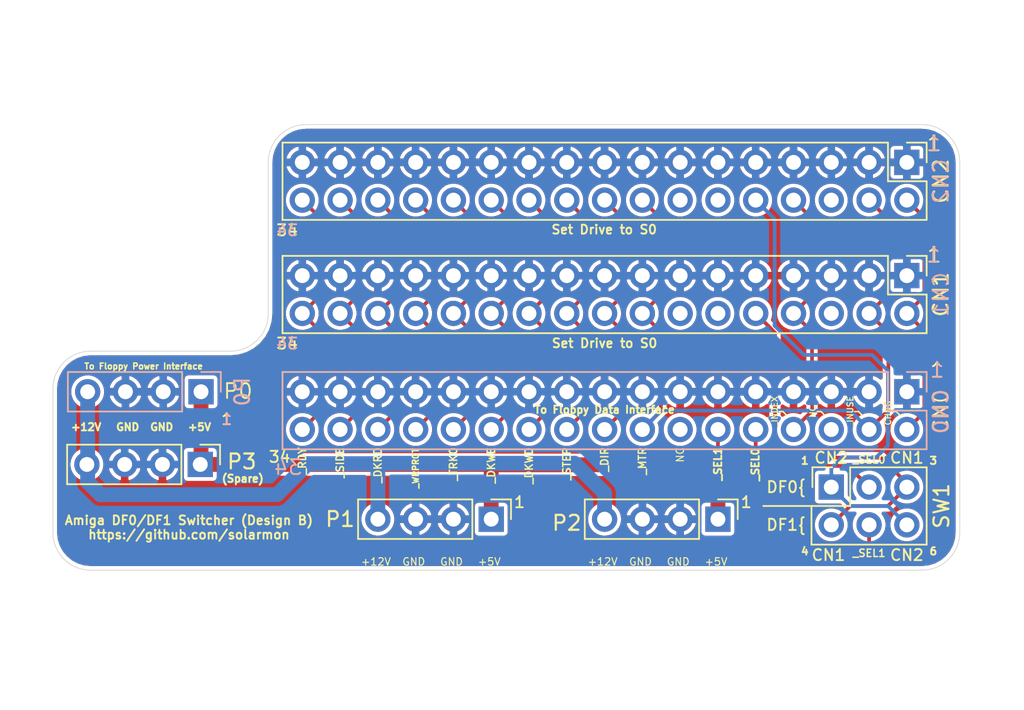
<source format=kicad_pcb>
(kicad_pcb (version 20171130) (host pcbnew "(5.1.9)-1")
  (title_block (title "Amiga DF0/DF1 Switch (Design B)") (rev 1) (company https://github.com/solarmon))
  (layers (0 F.Cu signal) (31 B.Cu signal) (34 B.Paste user) (35 F.Paste user) (36 B.SilkS user) (37 F.SilkS user) (38 B.Mask user) (39 F.Mask user) (44 Edge.Cuts user))
  (net 0 "")
  (net 1 /_RDY)
  (net 2 GND)
  (net 3 /_SIDE)
  (net 4 /_DKRD)
  (net 5 /_WRPROT)
  (net 6 /_TRK0)
  (net 7 /_DKWE)
  (net 8 /_DKWD)
  (net 9 /_STEP)
  (net 10 /DIR)
  (net 11 /_INUSE)
  (net 12 "Net-(CN0-Pad14)")
  (net 13 /_SEL1)
  (net 14 /_SEL0)
  (net 15 /_INDEX)
  (net 16 "Net-(CN0-Pad6)")
  (net 17 /_CHNG)
  (net 18 "Net-(CN1-Pad14)")
  (net 19 /_CN1_SEL1)
  (net 20 /_CN1_SEL0)
  (net 21 "Net-(CN1-Pad6)")
  (net 22 "Net-(CN2-Pad14)")
  (net 23 /_CN2_SEL1)
  (net 24 /_CN2_SEL0)
  (net 25 "Net-(CN2-Pad6)")
  (net 26 +12V)
  (net 27 +5V)
  (module Connector_PinHeader_2.54mm:PinHeader_1x04_P2.54mm_Vertical (layer F.Cu) (at 130.302 142.24 270)
    (fp_text reference P3 (at -0.1905 -2.794 180) (layer F.SilkS))
    (fp_text value "(Spare)" (at 0.9525 -2.8575 180) (layer F.SilkS) (effects (font (size 0.5 0.5) (thickness 0.125))))
    (fp_line (start -1.33 8.95) (end 1.33 8.95) (layer F.SilkS) (width 0.12))
    (fp_line (start -1.33 1.27) (end -1.33 8.95) (layer F.SilkS) (width 0.12))
    (fp_line (start 1.33 1.27) (end 1.33 8.95) (layer F.SilkS) (width 0.12))
    (fp_line (start -1.33 1.27) (end 1.33 1.27) (layer F.SilkS) (width 0.12))
    (fp_line (start -1.33 0) (end -1.33 -1.33) (layer F.SilkS) (width 0.12))
    (fp_line (start -1.33 -1.33) (end 0 -1.33) (layer F.SilkS) (width 0.12))
    (pad 4 thru_hole oval (at 0 7.62 270) (size 1.7 1.7) (drill 1) (layers *.Cu *.Mask) (net 26 +12V))
    (pad 3 thru_hole oval (at 0 5.08 270) (size 1.7 1.7) (drill 1) (layers *.Cu *.Mask) (net 2 GND))
    (pad 2 thru_hole oval (at 0 2.54 270) (size 1.7 1.7) (drill 1) (layers *.Cu *.Mask) (net 2 GND))
    (pad 1 thru_hole rect (at 0 0 270) (size 1.7 1.7) (drill 1) (layers *.Cu *.Mask) (net 27 +5V))
  )
  (module solarmon_library:PinHeader_2x03_P2.54mm_Vertical_DPDT (layer F.Cu) (at 177.8 143.764 270)
    (fp_text reference SW1 (at 1.27 -2.33 90) (layer F.SilkS))
    (fp_text value SW_DPDT_x2)
    (fp_line (start 1.27 6.4135) (end 3.87 6.41) (layer F.SilkS) (width 0.12))
    (fp_line (start -1.33 -1.3335) (end -1.33 3.8065) (layer F.SilkS) (width 0.12))
    (fp_line (start 3.87 -1.33) (end 3.87 6.41) (layer F.SilkS) (width 0.12))
    (fp_line (start -1.33 3.8135) (end 1.27 3.8135) (layer F.SilkS) (width 0.12))
    (fp_line (start 1.27 6.4135) (end 1.27 3.8135) (layer F.SilkS) (width 0.12))
    (fp_line (start -1.33 -1.3335) (end 3.87 -1.33) (layer F.SilkS) (width 0.12))
    (fp_line (start -1.3335 6.35) (end -1.3335 5.02) (layer F.SilkS) (width 0.12))
    (fp_line (start -1.33 6.35) (end 0 6.35) (layer F.SilkS) (width 0.12))
    (pad 4 thru_hole oval (at 2.54 5.08 270) (size 1.7 1.7) (drill 1) (layers *.Cu *.Mask) (net 20 /_CN1_SEL0))
    (pad 1 thru_hole rect (at 0 5.08 270) (size 1.7 1.7) (drill 1) (layers *.Cu *.Mask) (net 24 /_CN2_SEL0))
    (pad 5 thru_hole oval (at 2.54 2.54 270) (size 1.7 1.7) (drill 1) (layers *.Cu *.Mask) (net 13 /_SEL1))
    (pad 2 thru_hole oval (at 0 2.54 270) (size 1.7 1.7) (drill 1) (layers *.Cu *.Mask) (net 14 /_SEL0))
    (pad 6 thru_hole oval (at 2.54 0 270) (size 1.7 1.7) (drill 1) (layers *.Cu *.Mask) (net 24 /_CN2_SEL0))
    (pad 3 thru_hole circle (at 0 0 270) (size 1.7 1.7) (drill 1) (layers *.Cu *.Mask) (net 20 /_CN1_SEL0))
  )
  (module Connector_PinSocket_2.54mm:PinSocket_1x04_P2.54mm_Vertical (layer B.Cu) (at 130.3528 137.3505 90)
    (fp_text reference P0 (at 0 2.77 90) (layer B.SilkS) (effects (justify mirror)))
    (fp_text value "Floppy Power #0")
    (fp_line (start -1.33 -1.27) (end 1.33 -1.27) (layer B.SilkS) (width 0.12))
    (fp_line (start -1.33 -1.27) (end -1.33 -8.95) (layer B.SilkS) (width 0.12))
    (fp_line (start -1.33 -8.95) (end 1.33 -8.95) (layer B.SilkS) (width 0.12))
    (fp_line (start 1.33 -1.27) (end 1.33 -8.95) (layer B.SilkS) (width 0.12))
    (fp_line (start 1.33 1.33) (end 1.33 0) (layer B.SilkS) (width 0.12))
    (fp_line (start 0 1.33) (end 1.33 1.33) (layer B.SilkS) (width 0.12))
    (pad 4 thru_hole oval (at 0 -7.62 90) (size 1.7 1.7) (drill 1) (layers *.Cu *.Mask) (net 26 +12V))
    (pad 3 thru_hole oval (at 0 -5.08 90) (size 1.7 1.7) (drill 1) (layers *.Cu *.Mask) (net 2 GND))
    (pad 2 thru_hole oval (at 0 -2.54 90) (size 1.7 1.7) (drill 1) (layers *.Cu *.Mask) (net 2 GND))
    (pad 1 thru_hole rect (at 0 0 90) (size 1.7 1.7) (drill 1) (layers *.Cu *.Mask) (net 27 +5V))
  )
  (module Connector_PinSocket_2.54mm:PinSocket_2x17_P2.54mm_Vertical (layer B.Cu) (at 177.8 137.3505 90)
    (fp_text reference CN0 (at -1.3335 2.286 270) (layer B.SilkS) (effects (justify mirror)))
    (fp_text value Conn_02x17_Odd_Even)
    (fp_line (start -3.87 1.33) (end -1.27 1.33) (layer B.SilkS) (width 0.12))
    (fp_line (start -3.87 1.33) (end -3.87 -41.97) (layer B.SilkS) (width 0.12))
    (fp_line (start -3.87 -41.97) (end 1.33 -41.97) (layer B.SilkS) (width 0.12))
    (fp_line (start 1.33 -1.27) (end 1.33 -41.97) (layer B.SilkS) (width 0.12))
    (fp_line (start -1.27 -1.27) (end 1.33 -1.27) (layer B.SilkS) (width 0.12))
    (fp_line (start -1.27 1.33) (end -1.27 -1.27) (layer B.SilkS) (width 0.12))
    (fp_line (start 1.33 1.33) (end 1.33 0) (layer B.SilkS) (width 0.12))
    (fp_line (start 0 1.33) (end 1.33 1.33) (layer B.SilkS) (width 0.12))
    (pad 34 thru_hole oval (at -2.54 -40.64 90) (size 1.7 1.7) (drill 1) (layers *.Cu *.Mask) (net 1 /_RDY))
    (pad 33 thru_hole oval (at 0 -40.64 90) (size 1.7 1.7) (drill 1) (layers *.Cu *.Mask) (net 2 GND))
    (pad 32 thru_hole oval (at -2.54 -38.1 90) (size 1.7 1.7) (drill 1) (layers *.Cu *.Mask) (net 3 /_SIDE))
    (pad 31 thru_hole oval (at 0 -38.1 90) (size 1.7 1.7) (drill 1) (layers *.Cu *.Mask) (net 2 GND))
    (pad 30 thru_hole oval (at -2.54 -35.56 90) (size 1.7 1.7) (drill 1) (layers *.Cu *.Mask) (net 4 /_DKRD))
    (pad 29 thru_hole oval (at 0 -35.56 90) (size 1.7 1.7) (drill 1) (layers *.Cu *.Mask) (net 2 GND))
    (pad 28 thru_hole oval (at -2.54 -33.02 90) (size 1.7 1.7) (drill 1) (layers *.Cu *.Mask) (net 5 /_WRPROT))
    (pad 27 thru_hole oval (at 0 -33.02 90) (size 1.7 1.7) (drill 1) (layers *.Cu *.Mask) (net 2 GND))
    (pad 26 thru_hole oval (at -2.54 -30.48 90) (size 1.7 1.7) (drill 1) (layers *.Cu *.Mask) (net 6 /_TRK0))
    (pad 25 thru_hole oval (at 0 -30.48 90) (size 1.7 1.7) (drill 1) (layers *.Cu *.Mask) (net 2 GND))
    (pad 24 thru_hole oval (at -2.54 -27.94 90) (size 1.7 1.7) (drill 1) (layers *.Cu *.Mask) (net 7 /_DKWE))
    (pad 23 thru_hole oval (at 0 -27.94 90) (size 1.7 1.7) (drill 1) (layers *.Cu *.Mask) (net 2 GND))
    (pad 22 thru_hole oval (at -2.54 -25.4 90) (size 1.7 1.7) (drill 1) (layers *.Cu *.Mask) (net 8 /_DKWD))
    (pad 21 thru_hole oval (at 0 -25.4 90) (size 1.7 1.7) (drill 1) (layers *.Cu *.Mask) (net 2 GND))
    (pad 20 thru_hole oval (at -2.54 -22.86 90) (size 1.7 1.7) (drill 1) (layers *.Cu *.Mask) (net 9 /_STEP))
    (pad 19 thru_hole oval (at 0 -22.86 90) (size 1.7 1.7) (drill 1) (layers *.Cu *.Mask) (net 2 GND))
    (pad 18 thru_hole oval (at -2.54 -20.32 90) (size 1.7 1.7) (drill 1) (layers *.Cu *.Mask) (net 10 /DIR))
    (pad 17 thru_hole oval (at 0 -20.32 90) (size 1.7 1.7) (drill 1) (layers *.Cu *.Mask) (net 2 GND))
    (pad 16 thru_hole oval (at -2.54 -17.78 90) (size 1.7 1.7) (drill 1) (layers *.Cu *.Mask) (net 11 /_INUSE))
    (pad 15 thru_hole oval (at 0 -17.78 90) (size 1.7 1.7) (drill 1) (layers *.Cu *.Mask) (net 2 GND))
    (pad 14 thru_hole oval (at -2.54 -15.24 90) (size 1.7 1.7) (drill 1) (layers *.Cu *.Mask) (net 12 "Net-(CN0-Pad14)"))
    (pad 13 thru_hole oval (at 0 -15.24 90) (size 1.7 1.7) (drill 1) (layers *.Cu *.Mask) (net 2 GND))
    (pad 12 thru_hole oval (at -2.54 -12.7 90) (size 1.7 1.7) (drill 1) (layers *.Cu *.Mask) (net 13 /_SEL1))
    (pad 11 thru_hole oval (at 0 -12.7 90) (size 1.7 1.7) (drill 1) (layers *.Cu *.Mask) (net 2 GND))
    (pad 10 thru_hole oval (at -2.54 -10.16 90) (size 1.7 1.7) (drill 1) (layers *.Cu *.Mask) (net 14 /_SEL0))
    (pad 9 thru_hole oval (at 0 -10.16 90) (size 1.7 1.7) (drill 1) (layers *.Cu *.Mask) (net 2 GND))
    (pad 8 thru_hole oval (at -2.54 -7.62 90) (size 1.7 1.7) (drill 1) (layers *.Cu *.Mask) (net 15 /_INDEX))
    (pad 7 thru_hole oval (at 0 -7.62 90) (size 1.7 1.7) (drill 1) (layers *.Cu *.Mask) (net 2 GND))
    (pad 6 thru_hole oval (at -2.54 -5.08 90) (size 1.7 1.7) (drill 1) (layers *.Cu *.Mask) (net 16 "Net-(CN0-Pad6)"))
    (pad 5 thru_hole oval (at 0 -5.08 90) (size 1.7 1.7) (drill 1) (layers *.Cu *.Mask) (net 2 GND))
    (pad 4 thru_hole oval (at -2.54 -2.54 90) (size 1.7 1.7) (drill 1) (layers *.Cu *.Mask) (net 11 /_INUSE))
    (pad 3 thru_hole oval (at 0 -2.54 90) (size 1.7 1.7) (drill 1) (layers *.Cu *.Mask) (net 2 GND))
    (pad 2 thru_hole oval (at -2.54 0 90) (size 1.7 1.7) (drill 1) (layers *.Cu *.Mask) (net 17 /_CHNG))
    (pad 1 thru_hole rect (at 0 0 90) (size 1.7 1.7) (drill 1) (layers *.Cu *.Mask) (net 2 GND))
  )
  (module Connector_PinHeader_2.54mm:PinHeader_2x17_P2.54mm_Vertical (layer F.Cu) (at 177.8 129.54 270)
    (fp_text reference CN1 (at 1.27 -2.286 270) (layer F.SilkS))
    (fp_text value Conn_02x17_Odd_Even)
    (fp_line (start -1.33 -1.33) (end 0 -1.33) (layer F.SilkS) (width 0.12))
    (fp_line (start -1.33 0) (end -1.33 -1.33) (layer F.SilkS) (width 0.12))
    (fp_line (start 1.27 -1.33) (end 3.87 -1.33) (layer F.SilkS) (width 0.12))
    (fp_line (start 1.27 1.27) (end 1.27 -1.33) (layer F.SilkS) (width 0.12))
    (fp_line (start -1.33 1.27) (end 1.27 1.27) (layer F.SilkS) (width 0.12))
    (fp_line (start 3.87 -1.33) (end 3.87 41.97) (layer F.SilkS) (width 0.12))
    (fp_line (start -1.33 1.27) (end -1.33 41.97) (layer F.SilkS) (width 0.12))
    (fp_line (start -1.33 41.97) (end 3.87 41.97) (layer F.SilkS) (width 0.12))
    (pad 1 thru_hole rect (at 0 0 270) (size 1.7 1.7) (drill 1) (layers *.Cu *.Mask) (net 2 GND))
    (pad 2 thru_hole oval (at 2.54 0 270) (size 1.7 1.7) (drill 1) (layers *.Cu *.Mask) (net 17 /_CHNG))
    (pad 3 thru_hole oval (at 0 2.54 270) (size 1.7 1.7) (drill 1) (layers *.Cu *.Mask) (net 2 GND))
    (pad 4 thru_hole oval (at 2.54 2.54 270) (size 1.7 1.7) (drill 1) (layers *.Cu *.Mask) (net 11 /_INUSE))
    (pad 5 thru_hole oval (at 0 5.08 270) (size 1.7 1.7) (drill 1) (layers *.Cu *.Mask) (net 2 GND))
    (pad 6 thru_hole oval (at 2.54 5.08 270) (size 1.7 1.7) (drill 1) (layers *.Cu *.Mask) (net 21 "Net-(CN1-Pad6)"))
    (pad 7 thru_hole oval (at 0 7.62 270) (size 1.7 1.7) (drill 1) (layers *.Cu *.Mask) (net 2 GND))
    (pad 8 thru_hole oval (at 2.54 7.62 270) (size 1.7 1.7) (drill 1) (layers *.Cu *.Mask) (net 15 /_INDEX))
    (pad 9 thru_hole oval (at 0 10.16 270) (size 1.7 1.7) (drill 1) (layers *.Cu *.Mask) (net 2 GND))
    (pad 10 thru_hole oval (at 2.54 10.16 270) (size 1.7 1.7) (drill 1) (layers *.Cu *.Mask) (net 20 /_CN1_SEL0))
    (pad 11 thru_hole oval (at 0 12.7 270) (size 1.7 1.7) (drill 1) (layers *.Cu *.Mask) (net 2 GND))
    (pad 12 thru_hole oval (at 2.54 12.7 270) (size 1.7 1.7) (drill 1) (layers *.Cu *.Mask) (net 19 /_CN1_SEL1))
    (pad 13 thru_hole oval (at 0 15.24 270) (size 1.7 1.7) (drill 1) (layers *.Cu *.Mask) (net 2 GND))
    (pad 14 thru_hole oval (at 2.54 15.24 270) (size 1.7 1.7) (drill 1) (layers *.Cu *.Mask) (net 18 "Net-(CN1-Pad14)"))
    (pad 15 thru_hole oval (at 0 17.78 270) (size 1.7 1.7) (drill 1) (layers *.Cu *.Mask) (net 2 GND))
    (pad 16 thru_hole oval (at 2.54 17.78 270) (size 1.7 1.7) (drill 1) (layers *.Cu *.Mask) (net 11 /_INUSE))
    (pad 17 thru_hole oval (at 0 20.32 270) (size 1.7 1.7) (drill 1) (layers *.Cu *.Mask) (net 2 GND))
    (pad 18 thru_hole oval (at 2.54 20.32 270) (size 1.7 1.7) (drill 1) (layers *.Cu *.Mask) (net 10 /DIR))
    (pad 19 thru_hole oval (at 0 22.86 270) (size 1.7 1.7) (drill 1) (layers *.Cu *.Mask) (net 2 GND))
    (pad 20 thru_hole oval (at 2.54 22.86 270) (size 1.7 1.7) (drill 1) (layers *.Cu *.Mask) (net 9 /_STEP))
    (pad 21 thru_hole oval (at 0 25.4 270) (size 1.7 1.7) (drill 1) (layers *.Cu *.Mask) (net 2 GND))
    (pad 22 thru_hole oval (at 2.54 25.4 270) (size 1.7 1.7) (drill 1) (layers *.Cu *.Mask) (net 8 /_DKWD))
    (pad 23 thru_hole oval (at 0 27.94 270) (size 1.7 1.7) (drill 1) (layers *.Cu *.Mask) (net 2 GND))
    (pad 24 thru_hole oval (at 2.54 27.94 270) (size 1.7 1.7) (drill 1) (layers *.Cu *.Mask) (net 7 /_DKWE))
    (pad 25 thru_hole oval (at 0 30.48 270) (size 1.7 1.7) (drill 1) (layers *.Cu *.Mask) (net 2 GND))
    (pad 26 thru_hole oval (at 2.54 30.48 270) (size 1.7 1.7) (drill 1) (layers *.Cu *.Mask) (net 6 /_TRK0))
    (pad 27 thru_hole oval (at 0 33.02 270) (size 1.7 1.7) (drill 1) (layers *.Cu *.Mask) (net 2 GND))
    (pad 28 thru_hole oval (at 2.54 33.02 270) (size 1.7 1.7) (drill 1) (layers *.Cu *.Mask) (net 5 /_WRPROT))
    (pad 29 thru_hole oval (at 0 35.56 270) (size 1.7 1.7) (drill 1) (layers *.Cu *.Mask) (net 2 GND))
    (pad 30 thru_hole oval (at 2.54 35.56 270) (size 1.7 1.7) (drill 1) (layers *.Cu *.Mask) (net 4 /_DKRD))
    (pad 31 thru_hole oval (at 0 38.1 270) (size 1.7 1.7) (drill 1) (layers *.Cu *.Mask) (net 2 GND))
    (pad 32 thru_hole oval (at 2.54 38.1 270) (size 1.7 1.7) (drill 1) (layers *.Cu *.Mask) (net 3 /_SIDE))
    (pad 33 thru_hole oval (at 0 40.64 270) (size 1.7 1.7) (drill 1) (layers *.Cu *.Mask) (net 2 GND))
    (pad 34 thru_hole oval (at 2.54 40.64 270) (size 1.7 1.7) (drill 1) (layers *.Cu *.Mask) (net 1 /_RDY))
  )
  (module Connector_PinHeader_2.54mm:PinHeader_2x17_P2.54mm_Vertical (layer F.Cu) (at 177.8 121.92 270)
    (fp_text reference CN2 (at 1.27 -2.286 270) (layer F.SilkS))
    (fp_text value Conn_02x17_Odd_Even)
    (fp_line (start -1.33 -1.33) (end 0 -1.33) (layer F.SilkS) (width 0.12))
    (fp_line (start -1.33 0) (end -1.33 -1.33) (layer F.SilkS) (width 0.12))
    (fp_line (start 1.27 -1.33) (end 3.87 -1.33) (layer F.SilkS) (width 0.12))
    (fp_line (start 1.27 1.27) (end 1.27 -1.33) (layer F.SilkS) (width 0.12))
    (fp_line (start -1.33 1.27) (end 1.27 1.27) (layer F.SilkS) (width 0.12))
    (fp_line (start 3.87 -1.33) (end 3.87 41.97) (layer F.SilkS) (width 0.12))
    (fp_line (start -1.33 1.27) (end -1.33 41.97) (layer F.SilkS) (width 0.12))
    (fp_line (start -1.33 41.97) (end 3.87 41.97) (layer F.SilkS) (width 0.12))
    (pad 1 thru_hole rect (at 0 0 270) (size 1.7 1.7) (drill 1) (layers *.Cu *.Mask) (net 2 GND))
    (pad 2 thru_hole oval (at 2.54 0 270) (size 1.7 1.7) (drill 1) (layers *.Cu *.Mask) (net 17 /_CHNG))
    (pad 3 thru_hole oval (at 0 2.54 270) (size 1.7 1.7) (drill 1) (layers *.Cu *.Mask) (net 2 GND))
    (pad 4 thru_hole oval (at 2.54 2.54 270) (size 1.7 1.7) (drill 1) (layers *.Cu *.Mask) (net 11 /_INUSE))
    (pad 5 thru_hole oval (at 0 5.08 270) (size 1.7 1.7) (drill 1) (layers *.Cu *.Mask) (net 2 GND))
    (pad 6 thru_hole oval (at 2.54 5.08 270) (size 1.7 1.7) (drill 1) (layers *.Cu *.Mask) (net 25 "Net-(CN2-Pad6)"))
    (pad 7 thru_hole oval (at 0 7.62 270) (size 1.7 1.7) (drill 1) (layers *.Cu *.Mask) (net 2 GND))
    (pad 8 thru_hole oval (at 2.54 7.62 270) (size 1.7 1.7) (drill 1) (layers *.Cu *.Mask) (net 15 /_INDEX))
    (pad 9 thru_hole oval (at 0 10.16 270) (size 1.7 1.7) (drill 1) (layers *.Cu *.Mask) (net 2 GND))
    (pad 10 thru_hole oval (at 2.54 10.16 270) (size 1.7 1.7) (drill 1) (layers *.Cu *.Mask) (net 24 /_CN2_SEL0))
    (pad 11 thru_hole oval (at 0 12.7 270) (size 1.7 1.7) (drill 1) (layers *.Cu *.Mask) (net 2 GND))
    (pad 12 thru_hole oval (at 2.54 12.7 270) (size 1.7 1.7) (drill 1) (layers *.Cu *.Mask) (net 23 /_CN2_SEL1))
    (pad 13 thru_hole oval (at 0 15.24 270) (size 1.7 1.7) (drill 1) (layers *.Cu *.Mask) (net 2 GND))
    (pad 14 thru_hole oval (at 2.54 15.24 270) (size 1.7 1.7) (drill 1) (layers *.Cu *.Mask) (net 22 "Net-(CN2-Pad14)"))
    (pad 15 thru_hole oval (at 0 17.78 270) (size 1.7 1.7) (drill 1) (layers *.Cu *.Mask) (net 2 GND))
    (pad 16 thru_hole oval (at 2.54 17.78 270) (size 1.7 1.7) (drill 1) (layers *.Cu *.Mask) (net 11 /_INUSE))
    (pad 17 thru_hole oval (at 0 20.32 270) (size 1.7 1.7) (drill 1) (layers *.Cu *.Mask) (net 2 GND))
    (pad 18 thru_hole oval (at 2.54 20.32 270) (size 1.7 1.7) (drill 1) (layers *.Cu *.Mask) (net 10 /DIR))
    (pad 19 thru_hole oval (at 0 22.86 270) (size 1.7 1.7) (drill 1) (layers *.Cu *.Mask) (net 2 GND))
    (pad 20 thru_hole oval (at 2.54 22.86 270) (size 1.7 1.7) (drill 1) (layers *.Cu *.Mask) (net 9 /_STEP))
    (pad 21 thru_hole oval (at 0 25.4 270) (size 1.7 1.7) (drill 1) (layers *.Cu *.Mask) (net 2 GND))
    (pad 22 thru_hole oval (at 2.54 25.4 270) (size 1.7 1.7) (drill 1) (layers *.Cu *.Mask) (net 8 /_DKWD))
    (pad 23 thru_hole oval (at 0 27.94 270) (size 1.7 1.7) (drill 1) (layers *.Cu *.Mask) (net 2 GND))
    (pad 24 thru_hole oval (at 2.54 27.94 270) (size 1.7 1.7) (drill 1) (layers *.Cu *.Mask) (net 7 /_DKWE))
    (pad 25 thru_hole oval (at 0 30.48 270) (size 1.7 1.7) (drill 1) (layers *.Cu *.Mask) (net 2 GND))
    (pad 26 thru_hole oval (at 2.54 30.48 270) (size 1.7 1.7) (drill 1) (layers *.Cu *.Mask) (net 6 /_TRK0))
    (pad 27 thru_hole oval (at 0 33.02 270) (size 1.7 1.7) (drill 1) (layers *.Cu *.Mask) (net 2 GND))
    (pad 28 thru_hole oval (at 2.54 33.02 270) (size 1.7 1.7) (drill 1) (layers *.Cu *.Mask) (net 5 /_WRPROT))
    (pad 29 thru_hole oval (at 0 35.56 270) (size 1.7 1.7) (drill 1) (layers *.Cu *.Mask) (net 2 GND))
    (pad 30 thru_hole oval (at 2.54 35.56 270) (size 1.7 1.7) (drill 1) (layers *.Cu *.Mask) (net 4 /_DKRD))
    (pad 31 thru_hole oval (at 0 38.1 270) (size 1.7 1.7) (drill 1) (layers *.Cu *.Mask) (net 2 GND))
    (pad 32 thru_hole oval (at 2.54 38.1 270) (size 1.7 1.7) (drill 1) (layers *.Cu *.Mask) (net 3 /_SIDE))
    (pad 33 thru_hole oval (at 0 40.64 270) (size 1.7 1.7) (drill 1) (layers *.Cu *.Mask) (net 2 GND))
    (pad 34 thru_hole oval (at 2.54 40.64 270) (size 1.7 1.7) (drill 1) (layers *.Cu *.Mask) (net 1 /_RDY))
  )
  (module Connector_PinHeader_2.54mm:PinHeader_1x04_P2.54mm_Vertical (layer F.Cu) (at 165.1 145.923 270)
    (fp_text reference P2 (at 0.254 10.16 180) (layer F.SilkS))
    (fp_text value "Floppy Power #2")
    (fp_line (start -1.33 -1.33) (end 0 -1.33) (layer F.SilkS) (width 0.12))
    (fp_line (start -1.33 0) (end -1.33 -1.33) (layer F.SilkS) (width 0.12))
    (fp_line (start -1.33 1.27) (end 1.33 1.27) (layer F.SilkS) (width 0.12))
    (fp_line (start 1.33 1.27) (end 1.33 8.95) (layer F.SilkS) (width 0.12))
    (fp_line (start -1.33 1.27) (end -1.33 8.95) (layer F.SilkS) (width 0.12))
    (fp_line (start -1.33 8.95) (end 1.33 8.95) (layer F.SilkS) (width 0.12))
    (pad 1 thru_hole rect (at 0 0 270) (size 1.7 1.7) (drill 1) (layers *.Cu *.Mask) (net 27 +5V))
    (pad 2 thru_hole oval (at 0 2.54 270) (size 1.7 1.7) (drill 1) (layers *.Cu *.Mask) (net 2 GND))
    (pad 3 thru_hole oval (at 0 5.08 270) (size 1.7 1.7) (drill 1) (layers *.Cu *.Mask) (net 2 GND))
    (pad 4 thru_hole oval (at 0 7.62 270) (size 1.7 1.7) (drill 1) (layers *.Cu *.Mask) (net 26 +12V))
  )
  (module Connector_PinHeader_2.54mm:PinHeader_1x04_P2.54mm_Vertical (layer F.Cu) (at 149.86 145.923 270)
    (fp_text reference P1 (at 0 10.16 180) (layer F.SilkS))
    (fp_text value "Floppy Power #1")
    (fp_line (start -1.33 -1.33) (end 0 -1.33) (layer F.SilkS) (width 0.12))
    (fp_line (start -1.33 0) (end -1.33 -1.33) (layer F.SilkS) (width 0.12))
    (fp_line (start -1.33 1.27) (end 1.33 1.27) (layer F.SilkS) (width 0.12))
    (fp_line (start 1.33 1.27) (end 1.33 8.95) (layer F.SilkS) (width 0.12))
    (fp_line (start -1.33 1.27) (end -1.33 8.95) (layer F.SilkS) (width 0.12))
    (fp_line (start -1.33 8.95) (end 1.33 8.95) (layer F.SilkS) (width 0.12))
    (pad 1 thru_hole rect (at 0 0 270) (size 1.7 1.7) (drill 1) (layers *.Cu *.Mask) (net 27 +5V))
    (pad 2 thru_hole oval (at 0 2.54 270) (size 1.7 1.7) (drill 1) (layers *.Cu *.Mask) (net 2 GND))
    (pad 3 thru_hole oval (at 0 5.08 270) (size 1.7 1.7) (drill 1) (layers *.Cu *.Mask) (net 2 GND))
    (pad 4 thru_hole oval (at 0 7.62 270) (size 1.7 1.7) (drill 1) (layers *.Cu *.Mask) (net 26 +12V))
  )
  (gr_text "Set Drive to S0" (at 157.4546 126.4412) (layer F.SilkS) (effects (font (size 0.6 0.6) (thickness 0.125))))
  (gr_text "Set Drive to S0" (at 157.48 134.0866) (layer F.SilkS) (effects (font (size 0.6 0.6) (thickness 0.125))))
  (gr_text 1 (at 132.08 139.192) (layer B.SilkS) (effects (font (size 0.75 0.75) (thickness 0.125)) (justify mirror)))
  (gr_text "To Floppy Power Interface" (at 126.492 135.636) (layer F.SilkS) (effects (font (size 0.4 0.4) (thickness 0.1))))
  (gr_text P0 (at 132.842 137.3124) (layer F.SilkS) (effects (font (size 1 1) (thickness 0.125))))
  (gr_line (start 177.0888 138.684) (end 177.3428 138.938) (layer F.SilkS) (width 0.1))
  (gr_line (start 176.8348 138.684) (end 177.0888 138.684) (layer F.SilkS) (width 0.1))
  (gr_line (start 174.5488 138.684) (end 174.8028 138.938) (layer F.SilkS) (width 0.1))
  (gr_line (start 174.2948 138.684) (end 174.5488 138.684) (layer F.SilkS) (width 0.1))
  (gr_line (start 172.0342 138.684) (end 172.2882 138.938) (layer F.SilkS) (width 0.1))
  (gr_line (start 169.4688 138.684) (end 169.7228 138.938) (layer F.SilkS) (width 0.1))
  (gr_line (start 171.7802 138.684) (end 172.0342 138.684) (layer F.SilkS) (width 0.1))
  (gr_line (start 169.2148 138.684) (end 169.4688 138.684) (layer F.SilkS) (width 0.1))
  (gr_arc (start 122.936 137.16) (end 122.936 134.62) (angle -90) (layer Edge.Cuts) (width 0.05))
  (gr_text "To Floppy Data Interface" (at 157.48 138.557) (layer F.SilkS) (effects (font (size 0.5 0.5) (thickness 0.125))))
  (gr_text 34 (at 136.144 126.492) (layer B.SilkS) (effects (font (size 0.75 0.75) (thickness 0.125)) (justify mirror)))
  (gr_text 34 (at 136.144 134.112) (layer B.SilkS) (effects (font (size 0.75 0.75) (thickness 0.125)) (justify mirror)))
  (gr_text 1 (at 179.578 128.143) (layer B.SilkS) (effects (font (size 1 1) (thickness 0.125)) (justify mirror)))
  (gr_text 1 (at 179.578 120.65) (layer B.SilkS) (effects (font (size 1 1) (thickness 0.125)) (justify mirror)))
  (gr_text CN2 (at 180.086 123.19 90) (layer B.SilkS) (effects (font (size 1 1) (thickness 0.125)) (justify mirror)))
  (gr_text CN1 (at 180.086 130.81 90) (layer B.SilkS) (effects (font (size 1 1) (thickness 0.125)) (justify mirror)))
  (gr_text 34 (at 136.144 126.492) (layer F.SilkS) (effects (font (size 0.75 0.75) (thickness 0.125))))
  (gr_text 34 (at 136.144 134.112) (layer F.SilkS) (effects (font (size 0.75 0.75) (thickness 0.125))))
  (gr_line (start 171.45 145.034) (end 168.148 145.034) (layer F.SilkS) (width 0.12))
  (gr_text 34 (at 135.636 141.732) (layer F.SilkS) (effects (font (size 0.75 0.75) (thickness 0.125))))
  (gr_text CN0 (at 180.086 138.684 90) (layer F.SilkS) (effects (font (size 1 1) (thickness 0.125))))
  (gr_text DF1{ (at 169.672 146.304) (layer F.SilkS) (effects (font (size 0.75 0.75) (thickness 0.125))))
  (gr_text DF0{ (at 169.672 143.764) (layer F.SilkS) (effects (font (size 0.75 0.75) (thickness 0.125))))
  (gr_text "Amiga DF0/DF1 Switcher (Design B)\nhttps://github.com/solarmon" (at 129.54 146.4818) (layer F.SilkS) (effects (font (size 0.6 0.6) (thickness 0.125))))
  (gr_text CN1 (at 172.5295 148.336) (layer F.SilkS) (effects (font (size 0.75 0.75) (thickness 0.125))))
  (gr_text CN2 (at 177.8 148.336) (layer F.SilkS) (effects (font (size 0.75 0.75) (thickness 0.125))))
  (gr_text CN2 (at 172.72 141.7955) (layer F.SilkS) (effects (font (size 0.75 0.75) (thickness 0.125))))
  (gr_text CN1 (at 177.8 141.7955) (layer F.SilkS) (effects (font (size 0.75 0.75) (thickness 0.125))))
  (gr_text GND (at 144.653 148.784) (layer F.SilkS) (effects (font (size 0.5 0.5) (thickness 0.075))))
  (gr_text GND (at 147.193 148.784) (layer F.SilkS) (effects (font (size 0.5 0.5) (thickness 0.075))))
  (gr_text +12V (at 142.113 148.784) (layer F.SilkS) (effects (font (size 0.5 0.5) (thickness 0.075))))
  (gr_text +5V (at 149.733 148.784) (layer F.SilkS) (effects (font (size 0.5 0.5) (thickness 0.075))))
  (gr_text +12V (at 157.353 148.784) (layer F.SilkS) (effects (font (size 0.5 0.5) (thickness 0.075))))
  (gr_text 1 (at 170.942 141.986) (layer F.SilkS) (effects (font (size 0.5 0.5) (thickness 0.125))))
  (gr_text 6 (at 179.578 148.082) (layer F.SilkS) (effects (font (size 0.5 0.5) (thickness 0.125))))
  (gr_line (start 122.936 134.62) (end 132.334 134.62) (layer Edge.Cuts) (width 0.05))
  (gr_arc (start 132.334 132.08) (end 132.334 134.62) (angle -90) (layer Edge.Cuts) (width 0.05))
  (gr_line (start 120.396 137.16) (end 120.396 146.812) (layer Edge.Cuts) (width 0.05))
  (gr_text 1 (at 132.08 139.192) (layer F.SilkS) (effects (font (size 0.75 0.75) (thickness 0.125))))
  (gr_text 1 (at 167.005 144.78) (layer F.SilkS) (effects (font (size 0.75 0.75) (thickness 0.125))))
  (gr_text 1 (at 151.765 144.78) (layer F.SilkS) (effects (font (size 0.75 0.75) (thickness 0.125))))
  (gr_text 4 (at 170.942 148.082) (layer F.SilkS) (effects (font (size 0.5 0.5) (thickness 0.125))))
  (gr_text GND (at 159.893 148.784) (layer F.SilkS) (effects (font (size 0.5 0.5) (thickness 0.075))))
  (gr_text GND (at 162.433 148.784) (layer F.SilkS) (effects (font (size 0.5 0.5) (thickness 0.075))))
  (gr_text +5V (at 164.973 148.784) (layer F.SilkS) (effects (font (size 0.5 0.5) (thickness 0.075))))
  (gr_text 1 (at 179.832 135.89) (layer B.SilkS) (effects (font (size 1 1) (thickness 0.125)) (justify mirror)))
  (gr_text 34 (at 136.2075 142.4305) (layer B.SilkS) (effects (font (size 1 1) (thickness 0.125)) (justify mirror)))
  (gr_text NC (at 162.56 141.59731 90) (layer F.SilkS) (effects (font (size 0.5 0.5) (thickness 0.075))))
  (gr_text NC (at 171.4754 138.684 90) (layer F.SilkS) (effects (font (size 0.4 0.4) (thickness 0.075))))
  (gr_text _CHNG (at 176.53 138.938 90) (layer F.SilkS) (effects (font (size 0.4 0.4) (thickness 0.075))))
  (gr_text _INUSE (at 173.99 138.684 90) (layer F.SilkS) (effects (font (size 0.4 0.4) (thickness 0.075))))
  (gr_text _INDEX (at 168.91 138.684 90) (layer F.SilkS) (effects (font (size 0.4 0.4) (thickness 0.075))))
  (gr_text _SEL0 (at 167.6146 142.24 90) (layer F.SilkS) (effects (font (size 0.5 0.5) (thickness 0.125))))
  (gr_text _SEL1 (at 165.1 142.2146 90) (layer F.SilkS) (effects (font (size 0.5 0.5) (thickness 0.125))))
  (gr_text _MTR (at 160.02 142.014572 90) (layer F.SilkS) (effects (font (size 0.5 0.5) (thickness 0.1))))
  (gr_text _DIR (at 157.48 141.907429 90) (layer F.SilkS) (effects (font (size 0.5 0.5) (thickness 0.1))))
  (gr_text _STEP (at 154.94 142.193143 90) (layer F.SilkS) (effects (font (size 0.5 0.5) (thickness 0.1))))
  (gr_text _DKWD (at 152.4 142.324096 90) (layer F.SilkS) (effects (font (size 0.5 0.5) (thickness 0.1))))
  (gr_text _DKWE (at 149.86 142.300286 90) (layer F.SilkS) (effects (font (size 0.5 0.5) (thickness 0.1))))
  (gr_text _TRK0 (at 147.32 142.216953 90) (layer F.SilkS) (effects (font (size 0.5 0.5) (thickness 0.1))))
  (gr_text _WRPROT (at 144.78 142.494 90) (layer F.SilkS) (effects (font (size 0.4 0.4) (thickness 0.1))))
  (gr_text _DKRD (at 142.24 142.288381 90) (layer F.SilkS) (effects (font (size 0.5 0.5) (thickness 0.1))))
  (gr_text _SIDE (at 139.7 142.121715 90) (layer F.SilkS) (effects (font (size 0.5 0.5) (thickness 0.1))))
  (gr_text _RDY (at 137.16 142.002667 90) (layer F.SilkS) (effects (font (size 0.5 0.5) (thickness 0.1))))
  (gr_text +5V (at 130.2512 139.7254) (layer F.SilkS) (effects (font (size 0.5 0.5) (thickness 0.125))))
  (gr_text GND (at 127.7112 139.7254) (layer F.SilkS) (effects (font (size 0.5 0.5) (thickness 0.125))))
  (gr_text GND (at 125.4252 139.7254) (layer F.SilkS) (effects (font (size 0.5 0.5) (thickness 0.125))))
  (gr_text +12V (at 122.6312 139.7254) (layer F.SilkS) (effects (font (size 0.5 0.5) (thickness 0.125))))
  (gr_text 1 (at 179.6415 120.65) (layer F.SilkS) (effects (font (size 1 1) (thickness 0.125))))
  (gr_text 1 (at 179.6415 128.143) (layer F.SilkS) (effects (font (size 1 1) (thickness 0.125))))
  (gr_text 1 (at 179.832 135.89) (layer F.SilkS) (effects (font (size 1 1) (thickness 0.125))))
  (gr_text 3 (at 179.578 141.986) (layer F.SilkS) (effects (font (size 0.5 0.5) (thickness 0.125))))
  (gr_text _SEL1 (at 175.26 148.209) (layer F.SilkS) (effects (font (size 0.5 0.5) (thickness 0.1))))
  (gr_text _SEL0 (at 175.26 141.9225) (layer F.SilkS) (effects (font (size 0.5 0.5) (thickness 0.1))))
  (gr_arc (start 137.414 121.92) (end 137.414 119.38) (angle -90) (layer Edge.Cuts) (width 0.05))
  (gr_arc (start 122.936 146.812) (end 120.396 146.812) (angle -90) (layer Edge.Cuts) (width 0.05))
  (gr_arc (start 178.816 146.812) (end 178.816 149.352) (angle -90) (layer Edge.Cuts) (width 0.05))
  (gr_arc (start 178.816 121.92) (end 181.356 121.92) (angle -90) (layer Edge.Cuts) (width 0.05))
  (gr_line (start 137.414 119.38) (end 178.816 119.38) (layer Edge.Cuts) (width 0.05))
  (gr_line (start 134.874 132.08) (end 134.874 121.92) (layer Edge.Cuts) (width 0.05))
  (gr_line (start 178.816 149.352) (end 122.936 149.352) (layer Edge.Cuts) (width 0.05))
  (gr_line (start 181.356 121.92) (end 181.356 146.812) (layer Edge.Cuts) (width 0.05))
  (segment (start 138.335001 130.904999) (end 138.335001 125.635001) (width 0.25) (layer F.Cu) (net 1))
  (segment (start 137.16 132.08) (end 138.335001 130.904999) (width 0.25) (layer F.Cu) (net 1))
  (segment (start 138.335001 125.635001) (end 137.16 124.46) (width 0.25) (layer F.Cu) (net 1))
  (segment (start 138.009999 132.929999) (end 137.16 132.08) (width 0.25) (layer F.Cu) (net 1))
  (segment (start 138.4554 133.3754) (end 138.009999 132.929999) (width 0.25) (layer F.Cu) (net 1))
  (segment (start 137.16 139.8905) (end 138.4554 138.5951) (width 0.25) (layer F.Cu) (net 1))
  (segment (start 138.4554 138.5951) (end 138.4554 133.3754) (width 0.25) (layer F.Cu) (net 1))
  (segment (start 140.875001 130.904999) (end 140.875001 125.635001) (width 0.25) (layer F.Cu) (net 3))
  (segment (start 139.7 132.08) (end 140.875001 130.904999) (width 0.25) (layer F.Cu) (net 3))
  (segment (start 140.875001 125.635001) (end 139.7 124.46) (width 0.25) (layer F.Cu) (net 3))
  (segment (start 140.549999 132.929999) (end 139.7 132.08) (width 0.25) (layer F.Cu) (net 3))
  (segment (start 140.9954 133.3754) (end 140.549999 132.929999) (width 0.25) (layer F.Cu) (net 3))
  (segment (start 139.7 139.8905) (end 140.9954 138.5951) (width 0.25) (layer F.Cu) (net 3))
  (segment (start 140.9954 138.5951) (end 140.9954 133.3754) (width 0.25) (layer F.Cu) (net 3))
  (segment (start 143.415001 130.904999) (end 143.415001 125.635001) (width 0.25) (layer F.Cu) (net 4))
  (segment (start 142.24 132.08) (end 143.415001 130.904999) (width 0.25) (layer F.Cu) (net 4))
  (segment (start 143.415001 125.635001) (end 142.24 124.46) (width 0.25) (layer F.Cu) (net 4))
  (segment (start 143.089999 132.929999) (end 142.24 132.08) (width 0.25) (layer F.Cu) (net 4))
  (segment (start 143.4592 133.2992) (end 143.089999 132.929999) (width 0.25) (layer F.Cu) (net 4))
  (segment (start 142.24 139.8905) (end 143.4592 138.6713) (width 0.25) (layer F.Cu) (net 4))
  (segment (start 143.4592 138.6713) (end 143.4592 133.2992) (width 0.25) (layer F.Cu) (net 4))
  (segment (start 145.629999 132.929999) (end 144.78 132.08) (width 0.25) (layer F.Cu) (net 5))
  (segment (start 146.05 133.35) (end 145.629999 132.929999) (width 0.25) (layer F.Cu) (net 5))
  (segment (start 146.05 138.6205) (end 146.05 133.35) (width 0.25) (layer F.Cu) (net 5))
  (segment (start 144.78 139.8905) (end 146.05 138.6205) (width 0.25) (layer F.Cu) (net 5))
  (segment (start 146.144999 125.824999) (end 144.78 124.46) (width 0.25) (layer F.Cu) (net 5))
  (segment (start 144.78 132.08) (end 146.144999 130.715001) (width 0.25) (layer F.Cu) (net 5))
  (segment (start 146.144999 130.715001) (end 146.144999 125.824999) (width 0.25) (layer F.Cu) (net 5))
  (segment (start 148.169999 132.929999) (end 147.32 132.08) (width 0.25) (layer F.Cu) (net 6))
  (segment (start 148.495001 133.255001) (end 148.169999 132.929999) (width 0.25) (layer F.Cu) (net 6))
  (segment (start 148.495001 138.715499) (end 148.495001 133.317999) (width 0.25) (layer F.Cu) (net 6))
  (segment (start 147.32 139.8905) (end 148.495001 138.715499) (width 0.25) (layer F.Cu) (net 6))
  (segment (start 148.684999 125.824999) (end 147.32 124.46) (width 0.25) (layer F.Cu) (net 6))
  (segment (start 147.32 132.08) (end 148.684999 130.715001) (width 0.25) (layer F.Cu) (net 6))
  (segment (start 148.684999 130.715001) (end 148.684999 125.824999) (width 0.25) (layer F.Cu) (net 6))
  (segment (start 150.709999 132.929999) (end 149.86 132.08) (width 0.25) (layer F.Cu) (net 7))
  (segment (start 151.035001 133.255001) (end 150.709999 132.929999) (width 0.25) (layer F.Cu) (net 7))
  (segment (start 149.86 132.08) (end 151.224999 130.715001) (width 0.25) (layer F.Cu) (net 7))
  (segment (start 151.224999 125.824999) (end 149.86 124.46) (width 0.25) (layer F.Cu) (net 7))
  (segment (start 151.224999 130.715001) (end 151.224999 125.824999) (width 0.25) (layer F.Cu) (net 7))
  (segment (start 151.1554 133.438398) (end 151.035001 133.317999) (width 0.25) (layer F.Cu) (net 7))
  (segment (start 149.86 139.8905) (end 151.1554 138.5951) (width 0.25) (layer F.Cu) (net 7))
  (segment (start 151.1554 138.5951) (end 151.1554 133.438398) (width 0.25) (layer F.Cu) (net 7))
  (segment (start 153.764999 125.824999) (end 152.4 124.46) (width 0.25) (layer F.Cu) (net 8))
  (segment (start 152.4 132.08) (end 153.764999 130.715001) (width 0.25) (layer F.Cu) (net 8))
  (segment (start 153.764999 130.715001) (end 153.764999 125.824999) (width 0.25) (layer F.Cu) (net 8))
  (segment (start 153.249999 132.929999) (end 152.4 132.08) (width 0.25) (layer F.Cu) (net 8))
  (segment (start 153.6446 133.3246) (end 153.249999 132.929999) (width 0.25) (layer F.Cu) (net 8))
  (segment (start 152.4 139.8905) (end 153.6446 138.6459) (width 0.25) (layer F.Cu) (net 8))
  (segment (start 153.6446 138.6459) (end 153.6446 133.3246) (width 0.25) (layer F.Cu) (net 8))
  (segment (start 156.304999 125.824999) (end 154.94 124.46) (width 0.25) (layer F.Cu) (net 9))
  (segment (start 154.94 132.08) (end 156.304999 130.715001) (width 0.25) (layer F.Cu) (net 9))
  (segment (start 156.304999 130.715001) (end 156.304999 125.824999) (width 0.25) (layer F.Cu) (net 9))
  (segment (start 155.789999 132.929999) (end 154.94 132.08) (width 0.25) (layer F.Cu) (net 9))
  (segment (start 156.2354 133.3754) (end 155.789999 132.929999) (width 0.25) (layer F.Cu) (net 9))
  (segment (start 154.94 139.8905) (end 156.2354 138.5951) (width 0.25) (layer F.Cu) (net 9))
  (segment (start 156.2354 138.5951) (end 156.2354 133.3754) (width 0.25) (layer F.Cu) (net 9))
  (segment (start 158.844999 125.824999) (end 157.48 124.46) (width 0.25) (layer F.Cu) (net 10))
  (segment (start 157.48 132.08) (end 158.844999 130.715001) (width 0.25) (layer F.Cu) (net 10))
  (segment (start 158.844999 130.715001) (end 158.844999 125.824999) (width 0.25) (layer F.Cu) (net 10))
  (segment (start 158.329999 132.929999) (end 157.48 132.08) (width 0.25) (layer F.Cu) (net 10))
  (segment (start 158.7246 133.3246) (end 158.329999 132.929999) (width 0.25) (layer F.Cu) (net 10))
  (segment (start 157.48 139.8905) (end 158.7246 138.6459) (width 0.25) (layer F.Cu) (net 10))
  (segment (start 158.7246 138.6459) (end 158.7246 133.3246) (width 0.25) (layer F.Cu) (net 10))
  (segment (start 174.410001 139.040501) (end 175.26 139.8905) (width 0.25) (layer B.Cu) (net 11))
  (segment (start 173.99 138.6205) (end 174.410001 139.040501) (width 0.25) (layer B.Cu) (net 11))
  (segment (start 160.02 139.8905) (end 161.29 138.6205) (width 0.25) (layer B.Cu) (net 11))
  (segment (start 161.29 138.6205) (end 173.99 138.6205) (width 0.25) (layer B.Cu) (net 11))
  (segment (start 176.435001 130.904999) (end 176.435001 125.635001) (width 0.25) (layer F.Cu) (net 11))
  (segment (start 175.26 132.08) (end 176.435001 130.904999) (width 0.25) (layer F.Cu) (net 11))
  (segment (start 175.26 124.46) (end 176.435001 125.635001) (width 0.25) (layer F.Cu) (net 11))
  (segment (start 161.195001 130.904999) (end 161.195001 125.635001) (width 0.25) (layer F.Cu) (net 11))
  (segment (start 160.02 132.08) (end 161.195001 130.904999) (width 0.25) (layer F.Cu) (net 11))
  (segment (start 161.195001 125.635001) (end 160.02 124.46) (width 0.25) (layer F.Cu) (net 11))
  (segment (start 176.109999 132.929999) (end 175.26 132.08) (width 0.25) (layer F.Cu) (net 11))
  (segment (start 176.5554 133.3754) (end 176.109999 132.929999) (width 0.25) (layer F.Cu) (net 11))
  (segment (start 175.26 139.8905) (end 176.5554 138.5951) (width 0.25) (layer F.Cu) (net 11))
  (segment (start 176.5554 138.5951) (end 176.5554 133.3754) (width 0.25) (layer F.Cu) (net 11))
  (segment (start 160.869999 132.929999) (end 160.02 132.08) (width 0.25) (layer F.Cu) (net 11))
  (segment (start 161.2646 133.3246) (end 160.869999 132.929999) (width 0.25) (layer F.Cu) (net 11))
  (segment (start 160.02 139.8905) (end 161.2646 138.6459) (width 0.25) (layer F.Cu) (net 11))
  (segment (start 161.2646 138.6459) (end 161.2646 133.3246) (width 0.25) (layer F.Cu) (net 11))
  (segment (start 175.26 147.574) (end 175.26 146.304) (width 0.25) (layer F.Cu) (net 13))
  (segment (start 165.1 141.629) (end 169.545 146.074) (width 0.25) (layer F.Cu) (net 13))
  (segment (start 165.1 139.8905) (end 165.1 141.629) (width 0.25) (layer F.Cu) (net 13))
  (segment (start 169.545 146.074) (end 169.545 147.701) (width 0.25) (layer F.Cu) (net 13))
  (segment (start 169.545 147.701) (end 170.18 148.336) (width 0.25) (layer F.Cu) (net 13))
  (segment (start 170.18 148.336) (end 174.498 148.336) (width 0.25) (layer F.Cu) (net 13))
  (segment (start 174.498 148.336) (end 175.26 147.574) (width 0.25) (layer F.Cu) (net 13))
  (segment (start 174.62359 143.764) (end 175.26 143.764) (width 0.25) (layer F.Cu) (net 14))
  (segment (start 173.8376 142.3416) (end 175.26 143.764) (width 0.25) (layer F.Cu) (net 14))
  (segment (start 168.6052 142.3416) (end 173.8376 142.3416) (width 0.25) (layer F.Cu) (net 14))
  (segment (start 167.64 139.8905) (end 167.64 141.3764) (width 0.25) (layer F.Cu) (net 14))
  (segment (start 167.64 141.3764) (end 168.6052 142.3416) (width 0.25) (layer F.Cu) (net 14))
  (segment (start 171.544999 130.715001) (end 171.544999 125.824999) (width 0.25) (layer F.Cu) (net 15))
  (segment (start 170.18 132.08) (end 171.544999 130.715001) (width 0.25) (layer F.Cu) (net 15))
  (segment (start 171.544999 125.824999) (end 170.18 124.46) (width 0.25) (layer F.Cu) (net 15))
  (segment (start 171.029999 132.929999) (end 170.18 132.08) (width 0.25) (layer F.Cu) (net 15))
  (segment (start 171.4246 133.3246) (end 171.029999 132.929999) (width 0.25) (layer F.Cu) (net 15))
  (segment (start 170.18 139.8905) (end 171.4246 138.6459) (width 0.25) (layer F.Cu) (net 15))
  (segment (start 171.4246 138.6459) (end 171.4246 133.3246) (width 0.25) (layer F.Cu) (net 15))
  (segment (start 178.649999 132.929999) (end 177.8 132.08) (width 0.25) (layer F.Cu) (net 17))
  (segment (start 178.975001 133.255001) (end 178.649999 132.929999) (width 0.25) (layer F.Cu) (net 17))
  (segment (start 178.975001 138.715499) (end 178.975001 133.255001) (width 0.25) (layer F.Cu) (net 17))
  (segment (start 177.8 139.8905) (end 178.975001 138.715499) (width 0.25) (layer F.Cu) (net 17))
  (segment (start 178.975001 130.904999) (end 178.975001 125.635001) (width 0.25) (layer F.Cu) (net 17))
  (segment (start 177.8 132.08) (end 178.975001 130.904999) (width 0.25) (layer F.Cu) (net 17))
  (segment (start 177.8 124.46) (end 178.975001 125.635001) (width 0.25) (layer F.Cu) (net 17))
  (segment (start 176.53 145.034) (end 177.8 143.764) (width 0.25) (layer F.Cu) (net 20))
  (segment (start 172.72 146.304) (end 173.99 145.034) (width 0.25) (layer F.Cu) (net 20))
  (segment (start 173.99 145.034) (end 176.53 145.034) (width 0.25) (layer F.Cu) (net 20))
  (segment (start 168.489999 132.929999) (end 167.64 132.08) (width 0.25) (layer F.Cu) (net 20))
  (segment (start 168.9354 133.3754) (end 168.489999 132.929999) (width 0.25) (layer F.Cu) (net 20))
  (segment (start 168.9354 141.0716) (end 168.9354 133.3754) (width 0.25) (layer F.Cu) (net 20))
  (segment (start 169.6466 141.7828) (end 168.9354 141.0716) (width 0.25) (layer F.Cu) (net 20))
  (segment (start 177.8 143.51) (end 176.0728 141.7828) (width 0.25) (layer F.Cu) (net 20))
  (segment (start 176.0728 141.7828) (end 169.6466 141.7828) (width 0.25) (layer F.Cu) (net 20))
  (segment (start 172.72 143.764) (end 172.72 142.86524) (width 0.25) (layer B.Cu) (net 24))
  (segment (start 168.489999 125.309999) (end 167.64 124.46) (width 0.25) (layer B.Cu) (net 24))
  (segment (start 168.91 132.90409) (end 168.91 125.73) (width 0.25) (layer B.Cu) (net 24))
  (segment (start 175.4632 134.874) (end 170.87991 134.874) (width 0.25) (layer B.Cu) (net 24))
  (segment (start 172.72 143.764) (end 172.72 142.494) (width 0.25) (layer B.Cu) (net 24))
  (segment (start 175.7426 141.7574) (end 176.53 140.97) (width 0.25) (layer B.Cu) (net 24))
  (segment (start 172.72 142.494) (end 173.4566 141.7574) (width 0.25) (layer B.Cu) (net 24))
  (segment (start 173.4566 141.7574) (end 175.7426 141.7574) (width 0.25) (layer B.Cu) (net 24))
  (segment (start 176.53 140.97) (end 176.53 135.9408) (width 0.25) (layer B.Cu) (net 24))
  (segment (start 168.91 125.73) (end 168.489999 125.309999) (width 0.25) (layer B.Cu) (net 24))
  (segment (start 170.87991 134.874) (end 168.91 132.90409) (width 0.25) (layer B.Cu) (net 24))
  (segment (start 176.53 135.9408) (end 175.4632 134.874) (width 0.25) (layer B.Cu) (net 24))
  (segment (start 176.950001 145.454001) (end 177.8 146.304) (width 0.25) (layer B.Cu) (net 24))
  (segment (start 176.53 145.034) (end 176.950001 145.454001) (width 0.25) (layer B.Cu) (net 24))
  (segment (start 172.72 143.764) (end 173.99 145.034) (width 0.25) (layer B.Cu) (net 24))
  (segment (start 173.99 145.034) (end 176.53 145.034) (width 0.25) (layer B.Cu) (net 24))
  (segment (start 142.24 142.1892) (end 142.24 145.923) (width 1) (layer B.Cu) (net 26))
  (segment (start 137.541 142.1892) (end 142.24 142.1892) (width 1) (layer B.Cu) (net 26))
  (segment (start 135.4582 144.272) (end 137.541 142.1892) (width 1) (layer B.Cu) (net 26))
  (segment (start 123.588119 144.272) (end 135.4582 144.272) (width 1) (layer B.Cu) (net 26))
  (segment (start 122.7328 143.416681) (end 123.588119 144.272) (width 1) (layer B.Cu) (net 26))
  (segment (start 122.7328 137.3505) (end 122.7328 143.416681) (width 1) (layer B.Cu) (net 26))
  (segment (start 157.48 144.1704) (end 157.48 145.923) (width 1) (layer B.Cu) (net 26))
  (segment (start 155.4734 142.1638) (end 157.48 144.1704) (width 1) (layer B.Cu) (net 26))
  (segment (start 142.367 142.1638) (end 155.4734 142.1638) (width 1) (layer B.Cu) (net 26))
  (segment (start 130.3528 142.1892) (end 130.302 142.24) (width 1) (layer F.Cu) (net 27))
  (segment (start 130.3528 137.3505) (end 130.3528 142.1892) (width 1) (layer F.Cu) (net 27))
  (segment (start 130.302 142.24) (end 149.86 142.24) (width 1) (layer F.Cu) (net 27))
  (segment (start 165.1 143.9418) (end 165.1 145.923) (width 1) (layer F.Cu) (net 27))
  (segment (start 163.4236 142.2654) (end 165.1 143.9418) (width 1) (layer F.Cu) (net 27))
  (segment (start 149.86 142.2654) (end 163.4236 142.2654) (width 1) (layer F.Cu) (net 27))
  (segment (start 149.86 145.923) (end 149.86 142.2654) (width 1) (layer F.Cu) (net 27))
  (zone (net 2) (net_name GND) (layer B.Cu) (connect_pads (clearance 0.254)) (min_thickness 0.254) (fill yes (arc_segments 32) (thermal_gap 0.254) (thermal_bridge_width 0.508))
    (polygon (pts (xy 117.983 113.3856) (xy 184.15 113.03) (xy 184.15 157.48) (xy 117.983 157.8356)))
  )
  (zone (net 2) (net_name GND) (layer F.Cu) (connect_pads (clearance 0.254)) (min_thickness 0.254) (fill yes (arc_segments 32) (thermal_gap 0.254) (thermal_bridge_width 0.508))
    (polygon (pts (xy 116.84 110.998) (xy 185.166 111.76) (xy 185.674 158.75) (xy 116.84 158.75)))
  )
)
</source>
